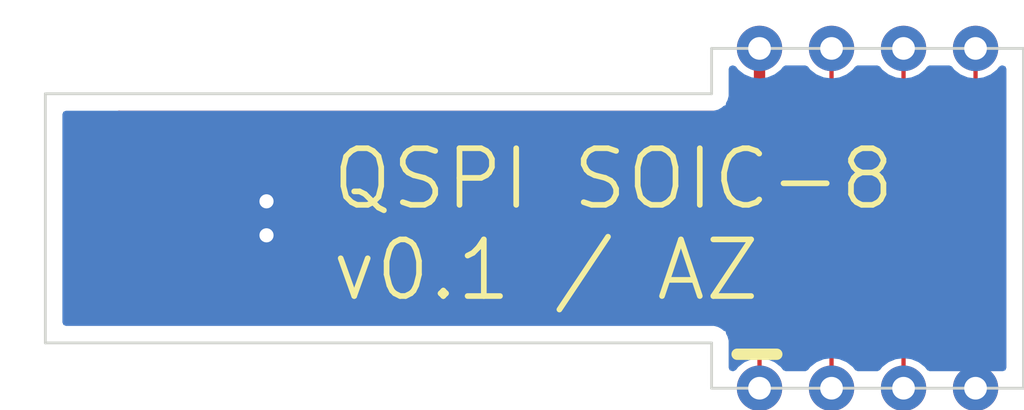
<source format=kicad_pcb>
(kicad_pcb (version 20240108) (generator "pcbnew") (generator_version "8.0")
  (layers (0 "F.Cu" signal) (31 "B.Cu" signal) (34 "B.Paste" user) (35 "F.Paste" user) (36 "B.SilkS" user "B.Silkscreen") (37 "F.SilkS" user "F.Silkscreen") (38 "B.Mask" user) (39 "F.Mask" user) (44 "Edge.Cuts" user))
  (net 0 "")
  (net 1 "/VCC")
  (net 2 "/DQ0")
  (net 3 "/SCK")
  (net 5 "/CS_N")
  (net 6 "/DQ3")
  (net 7 "/GND")
  (net 8 "/DQ2")
  (net 9 "/DQ1")
  (footprint "azonenberg_pcb:CONN_AMPHENOL_103P010BB100" (layer "F.Cu") (at 84.25 82)
    (property "Reference" "J1" (hide yes))
    (property "Value" "103P010BB1100" (hide yes))
    (pad "1" smd rect (at -0.7 0.5925) (size 0.18 0.615) (layers "F.Cu" "F.Paste" "F.Mask") (net 5 "/CS_N"))
    (pad "2" smd rect (at -0.35 0.5925) (size 0.18 0.615) (layers "F.Cu" "F.Paste" "F.Mask") (net 9 "/DQ1"))
    (pad "3" smd rect (at 0 0.5925) (size 0.18 0.615) (layers "F.Cu" "F.Paste" "F.Mask") (net 8 "/DQ2"))
    (pad "4" smd rect (at 0.35 0.5925) (size 0.18 0.615) (layers "F.Cu" "F.Paste" "F.Mask"))
    (pad "5" smd rect (at 0.7 0.5925) (size 0.18 0.615) (layers "F.Cu" "F.Paste" "F.Mask"))
    (pad "6" smd rect (at -0.7 -0.5925) (size 0.18 0.615) (layers "F.Cu" "F.Paste" "F.Mask") (net 6 "/DQ3"))
    (pad "7" smd rect (at -0.35 -0.5925) (size 0.18 0.615) (layers "F.Cu" "F.Paste" "F.Mask") (net 3 "/SCK"))
    (pad "8" smd rect (at 0 -0.5925) (size 0.18 0.615) (layers "F.Cu" "F.Paste" "F.Mask") (net 2 "/DQ0"))
    (pad "9" smd rect (at 0.35 -0.5925) (size 0.18 0.615) (layers "F.Cu" "F.Paste" "F.Mask"))
    (pad "10" smd rect (at 0.7 -0.5925) (size 0.18 0.615) (layers "F.Cu" "F.Paste" "F.Mask"))
    (pad "11" smd rect (at -1.29 -0.3) (size 0.52 0.4) (layers "F.Cu" "F.Paste" "F.Mask") (net 1 "/VCC"))
    (pad "12" smd rect (at -1.29 0.3) (size 0.52 0.4) (layers "F.Cu" "F.Paste" "F.Mask") (net 1 "/VCC"))
    (pad "13" smd rect (at 1.29 0.3) (size 0.52 0.4) (layers "F.Cu" "F.Paste" "F.Mask") (net 7 "/GND"))
    (pad "14" smd rect (at 1.29 -0.3) (size 0.52 0.4) (layers "F.Cu" "F.Paste" "F.Mask") (net 7 "/GND"))
  )
  (footprint "azonenberg_pcb:SOIC_8_3.9MM_INTERPOSER" (layer "F.Cu") (at 96.5 82)
    (property "Reference" "U1" (hide yes))
    (property "Value" "SPI_FLASH_DEVICESIDE" (hide yes))
    (fp_line (start -1.6 2.4) (end -2.3 2.4) (stroke (width 0.2)) (layer "F.SilkS"))
    (pad "1" thru_hole circle (at -1.905 3) (size 0.8 0.8) (drill 0.4) (layers "*.Cu" "*.Mask") (net 5 "/CS_N"))
    (pad "2" thru_hole circle (at -0.635 3) (size 0.8 0.8) (drill 0.4) (layers "*.Cu" "*.Mask") (net 9 "/DQ1"))
    (pad "3" thru_hole circle (at 0.635 3) (size 0.8 0.8) (drill 0.4) (layers "*.Cu" "*.Mask") (net 8 "/DQ2"))
    (pad "4" thru_hole circle (at 1.905 3) (size 0.8 0.8) (drill 0.4) (layers "*.Cu" "*.Mask") (net 7 "/GND"))
    (pad "5" thru_hole circle (at 1.905 -3) (size 0.8 0.8) (drill 0.4) (layers "*.Cu" "*.Mask") (net 2 "/DQ0"))
    (pad "6" thru_hole circle (at 0.635 -3) (size 0.8 0.8) (drill 0.4) (layers "*.Cu" "*.Mask") (net 3 "/SCK"))
    (pad "7" thru_hole circle (at -0.635 -3) (size 0.8 0.8) (drill 0.4) (layers "*.Cu" "*.Mask") (net 6 "/DQ3"))
    (pad "8" thru_hole circle (at -1.905 -3) (size 0.8 0.8) (drill 0.4) (layers "*.Cu" "*.Mask") (net 1 "/VCC"))
  )
  (gr_line (start 99.25 85) (end 93.75 85) (stroke (width 0.05)) (layer "Edge.Cuts"))
  (gr_line (start 93.75 79) (end 99.25 79) (stroke (width 0.05)) (layer "Edge.Cuts"))
  (gr_line (start 93.75 84.2) (end 82 84.2) (stroke (width 0.05)) (layer "Edge.Cuts"))
  (gr_line (start 82 79.8) (end 93.75 79.8) (stroke (width 0.05)) (layer "Edge.Cuts"))
  (gr_line (start 82 84.2) (end 82 79.8) (stroke (width 0.05)) (layer "Edge.Cuts"))
  (gr_line (start 99.25 79) (end 99.25 85) (stroke (width 0.05)) (layer "Edge.Cuts"))
  (gr_line (start 93.75 79.8) (end 93.75 79) (stroke (width 0.05)) (layer "Edge.Cuts"))
  (gr_line (start 93.75 85) (end 93.75 84.2) (stroke (width 0.05)) (layer "Edge.Cuts"))
  (gr_text "QSPI SOIC-8\nv0.1 / AZ" (at 87 83.5 0) (layer "F.SilkS") (effects (font (size 1 1) (thickness 0.1)) (justify left bottom)))
  (segment (start 94.595 79.6) (end 93.995 80.2) (width 0.2) (layer "F.Cu") (net 1))
  (segment (start 94.595 79.4) (end 94.595 79.6) (width 0.2) (layer "F.Cu") (net 1))
  (segment (start 93.995 80.2) (end 83.3 80.2) (width 0.2) (layer "F.Cu") (net 1))
  (segment (start 82.96 81.7) (end 82.96 82.3) (width 0.2) (layer "F.Cu") (net 1))
  (segment (start 83.3 80.2) (end 82.96 80.54) (width 0.2) (layer "F.Cu") (net 1))
  (segment (start 82.96 80.54) (end 82.96 81.7) (width 0.2) (layer "F.Cu") (net 1))
  (segment (start 98.4 79.8) (end 98.4 79.7) (width 0.075) (layer "F.Cu") (net 2))
  (segment (start 84.4 80.9) (end 97.3 80.9) (width 0.075) (layer "F.Cu") (net 2))
  (segment (start 98.405 79.695) (end 98.405 79.3375) (width 0.075) (layer "F.Cu") (net 2))
  (segment (start 98.4 79.7) (end 98.405 79.695) (width 0.075) (layer "F.Cu") (net 2))
  (segment (start 84.25 81.4075) (end 84.25 81.05) (width 0.075) (layer "F.Cu") (net 2))
  (segment (start 97.3 80.9) (end 98.4 79.8) (width 0.075) (layer "F.Cu") (net 2))
  (segment (start 84.25 81.05) (end 84.4 80.9) (width 0.075) (layer "F.Cu") (net 2))
  (segment (start 96.2 80.7) (end 97.135 79.765) (width 0.075) (layer "F.Cu") (net 3))
  (segment (start 97.135 79.765) (end 97.135 79.3375) (width 0.075) (layer "F.Cu") (net 3))
  (segment (start 84.1 80.7) (end 96.2 80.7) (width 0.075) (layer "F.Cu") (net 3))
  (segment (start 83.9 81.4075) (end 83.9 80.9) (width 0.075) (layer "F.Cu") (net 3))
  (segment (start 83.9 80.9) (end 84.1 80.7) (width 0.075) (layer "F.Cu") (net 3))
  (segment (start 83.55 82.5925) (end 83.55 83.55) (width 0.075) (layer "F.Cu") (net 5))
  (segment (start 83.55 83.55) (end 83.8 83.8) (width 0.075) (layer "F.Cu") (net 5))
  (segment (start 94.595 84.105) (end 94.595 84.6625) (width 0.075) (layer "F.Cu") (net 5))
  (segment (start 94.6 84.1) (end 94.595 84.105) (width 0.075) (layer "F.Cu") (net 5))
  (segment (start 94.6 84) (end 94.6 84.1) (width 0.075) (layer "F.Cu") (net 5))
  (segment (start 83.8 83.8) (end 94.4 83.8) (width 0.075) (layer "F.Cu") (net 5))
  (segment (start 94.4 83.8) (end 94.6 84) (width 0.075) (layer "F.Cu") (net 5))
  (segment (start 95.2 80.5) (end 95.865 79.835) (width 0.075) (layer "F.Cu") (net 6))
  (segment (start 83.55 80.75) (end 83.8 80.5) (width 0.075) (layer "F.Cu") (net 6))
  (segment (start 95.865 79.835) (end 95.865 79.3375) (width 0.075) (layer "F.Cu") (net 6))
  (segment (start 83.8 80.5) (end 95.2 80.5) (width 0.075) (layer "F.Cu") (net 6))
  (segment (start 83.55 81.4075) (end 83.55 80.75) (width 0.075) (layer "F.Cu") (net 6))
  (segment (start 85.54 81.7) (end 85.54 82.3) (width 0.2) (layer "F.Cu") (net 7))
  (segment (start 85.54 82.3) (end 85.9 82.3) (width 0.075) (layer "F.Cu") (net 7))
  (segment (start 85.54 81.7) (end 85.9 81.7) (width 0.075) (layer "F.Cu") (net 7))
  (via (at 85.9 82.3) (size 0.5) (drill 0.25) (layers "F.Cu" "B.Cu") (net 7))
  (via (at 85.9 81.7) (size 0.5) (drill 0.25) (layers "F.Cu" "B.Cu") (net 7))
  (segment (start 98.4 82.3) (end 98.405 82.305) (width 0.075) (layer "B.Cu") (net 7))
  (segment (start 85.9 81.7) (end 97.9 81.7) (width 0.075) (layer "B.Cu") (net 7))
  (segment (start 97.9 81.7) (end 98.4 82.2) (width 0.075) (layer "B.Cu") (net 7))
  (segment (start 98.405 82.305) (end 98.405 84.6625) (width 0.075) (layer "B.Cu") (net 7))
  (segment (start 98.4 82.2) (end 98.4 82.3) (width 0.075) (layer "B.Cu") (net 7))
  (segment (start 85.9 81.7) (end 85.9 82.3) (width 0.075) (layer "B.Cu") (net 7))
  (segment (start 84.25 82.5925) (end 84.25 83.05) (width 0.075) (layer "F.Cu") (net 8))
  (segment (start 96.6 83.2) (end 97.135 83.735) (width 0.075) (layer "F.Cu") (net 8))
  (segment (start 97.135 83.735) (end 97.135 84.6625) (width 0.075) (layer "F.Cu") (net 8))
  (segment (start 84.25 83.05) (end 84.4 83.2) (width 0.075) (layer "F.Cu") (net 8))
  (segment (start 84.4 83.2) (end 96.6 83.2) (width 0.075) (layer "F.Cu") (net 8))
  (segment (start 95.865 84.6625) (end 95.865 84.165) (width 0.075) (layer "F.Cu") (net 9))
  (segment (start 95.865 84.165) (end 95.2 83.5) (width 0.075) (layer "F.Cu") (net 9))
  (segment (start 83.9 83.3) (end 83.9 82.5925) (width 0.075) (layer "F.Cu") (net 9))
  (segment (start 84.1 83.5) (end 83.9 83.3) (width 0.075) (layer "F.Cu") (net 9))
  (segment (start 95.2 83.5) (end 84.1 83.5) (width 0.075) (layer "F.Cu") (net 9))
  (zone (net 7) (net_name "/GND") (layer "B.Cu") (connect_pads yes (clearance 0.125)) (min_thickness 0.125) (fill yes (thermal_gap 0.2) (thermal_bridge_width 0.25))
    (polygon (pts (xy 94 79.25) (xy 94 80) (xy 82.25 80) (xy 82.25 84) (xy 94 84) (xy 94 84.75) (xy 99 84.75) (xy 99 79.25)))
  )
)
</source>
